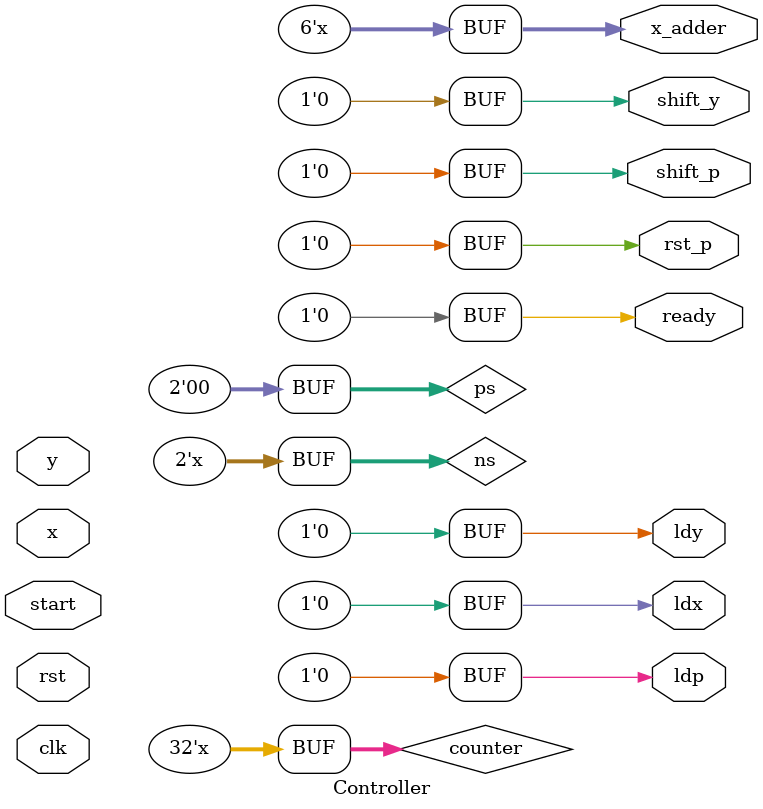
<source format=v>
`timescale 1ns/1ns
module Controller(input [5:0] x , input [6:0] y , input clk , rst , start , output reg ready , ldx , ldy , ldp , rst_p , shift_p , shift_y , output reg [5:0] x_adder);
  reg [1:0] ns , ps;
  integer counter;
  
  always @(posedge clk) begin
    ps <= ns;
  end 
  
  always @(ps , start , counter) begin
    case(ps)
      2'b00: ns = start ? 2'b01 : 2'b00;
      2'b01: ns = 2'b10;
      2'b10: ns = 2'b11;
      2'b11: ns = (counter == 6)? 2'b00 : 2'b10;
      default ps = 2'b00;
    endcase
  end
  
  always @(ps) begin
    {ldx , ldy , ldp , rst_p , shift_p , shift_y , ready} = 7'b0;
    case(ps)
      2'b00: ready = 1;
      2'b01: begin
        ldx = 1;
        ldy = 1;
        rst_p = 1;
        counter = 0;
      end
      2'b10: begin
        ldp = 1;
        if({y[1] , y[0]} == 2'b10)
          x_adder = ~x + 1;
        else if({y[1] , y[0]} == 2'b01)
          x_adder = x;
        else
          x_adder = 6'b0;
      end
      2'b11: begin 
      shift_p = 1;
      shift_y = 1;
      counter = counter + 1;
      end
      default ps = 2'b00;
    endcase
  end
endmodule

</source>
